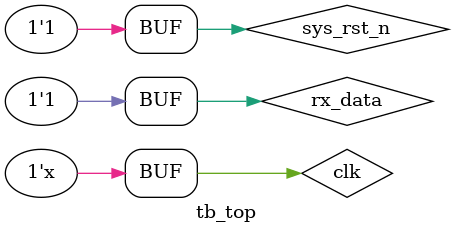
<source format=v>
`timescale 1ns / 1ps


module tb_top(

    );
    reg   clk;
    reg   sys_rst_n;
    reg   rx_data;
    wire   tx_data;
    
    initial begin 
        clk = 1'b0;
        sys_rst_n = 1'b1;
        rx_data = 1'b1;
        #200
        sys_rst_n = 1'b0;
        #200
        sys_rst_n = 1'b1;
        #200
        rx_data = 1'b0;
        #3472
        rx_data = 1'b1;
        #3472
        rx_data = 1'b0;
        #3472
        rx_data = 1'b1;
        #3472
        rx_data = 1'b0;
        #3472
        rx_data = 1'b1;
        #3472
        rx_data = 1'b0;
        #3472
        rx_data = 1'b1;
        #3472
        rx_data = 1'b1;
     end
//Éú³ÉÊ±ÖÓ
always #1 clk = ~clk ;
uart_loopback_top  u_uart_loopback_top(
    .clk         (clk),
    .sys_rst_n   (sys_rst_n ),
    .uart_rxd    (rx_data ),
    .uart_txd    (tx_data )

);
    
endmodule

</source>
